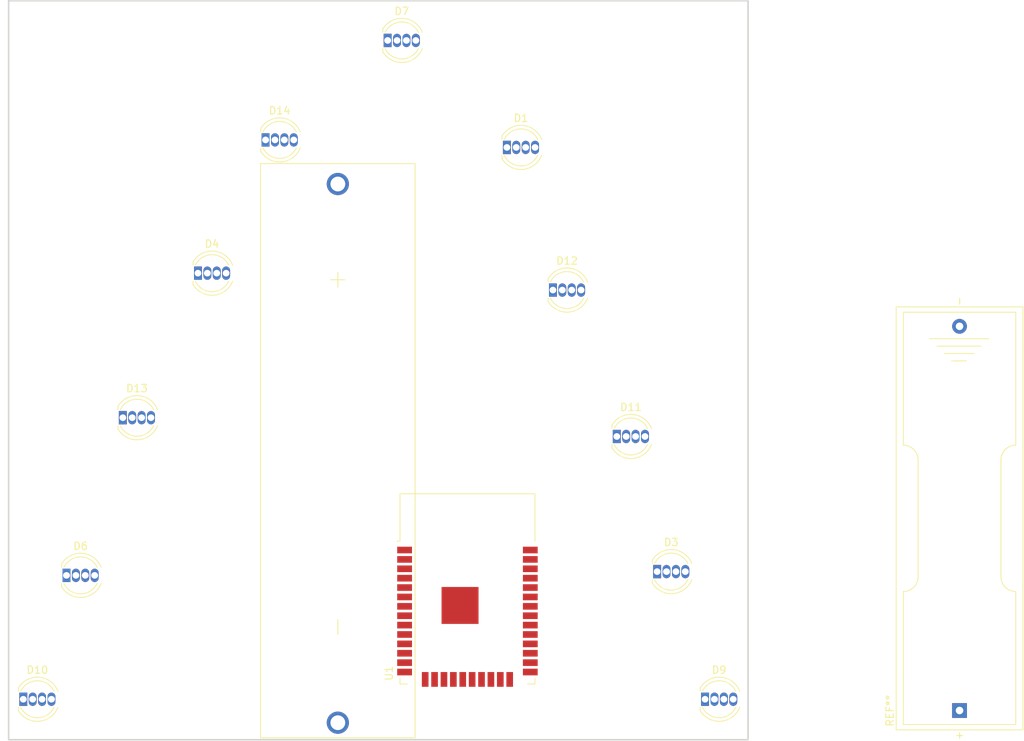
<source format=kicad_pcb>
(kicad_pcb (version 20211014) (generator pcbnew)
  (layers (0 "F.Cu" signal) (31 "B.Cu" signal) (34 "B.Paste" user) (35 "F.Paste" user) (36 "B.SilkS" user "B.Silkscreen") (37 "F.SilkS" user "F.Silkscreen") (38 "B.Mask" user) (39 "F.Mask" user) (44 "Edge.Cuts" user))
  (net 0 "")
  (net 45 "Net-(U1-Pad1)")
  (net 81 "VBAT")
  (net 82 "GND")
  (footprint "LED_THT:LED_D5.0mm-4_RGB" (layer "F.Cu") (at 101.986 144.526)
    (fp_text reference "D10" (at 1.905 -3.96) (layer "F.SilkS"))
    (fp_text value "APA-106-F5")
    (fp_line (start -0.655 -1.545) (end -0.655 -1.08) (layer "F.SilkS") (width 0.12))
    (fp_line (start -0.655 1.08) (end -0.655 1.545) (layer "F.SilkS") (width 0.12))
    (fp_arc (start 4.159479 1.080429) (mid 1.904762 2.5) (end -0.349684 1.08) (layer "F.SilkS") (width 0.12))
    (fp_arc (start -0.349684 -1.08) (mid 1.904762 -2.5) (end 4.159479 -1.080429) (layer "F.SilkS") (width 0.12))
    (fp_arc (start -0.655 -1.54483) (mid 2.163456 -2.978809) (end 4.692815 -1.080827) (layer "F.SilkS") (width 0.12))
    (fp_arc (start 4.692815 1.080827) (mid 2.163456 2.978808) (end -0.655 1.54483) (layer "F.SilkS") (width 0.12))
    (pad "1" thru_hole rect locked (at 0 0) (size 1.07 1.8) (drill 0.9) (layers *.Cu *.Mask))
    (pad "2" thru_hole oval locked (at 1.27 0) (size 1.07 1.8) (drill 0.9) (layers *.Cu *.Mask))
    (pad "3" thru_hole oval locked (at 2.54 0) (size 1.07 1.8) (drill 0.9) (layers *.Cu *.Mask))
    (pad "4" thru_hole oval locked (at 3.81 0) (size 1.07 1.8) (drill 0.9) (layers *.Cu *.Mask))
  )
  (footprint "LED_THT:LED_D5.0mm-4_RGB" (layer "F.Cu") (at 173.614 89.154)
    (fp_text reference "D12" (at 1.905 -3.96) (layer "F.SilkS"))
    (fp_text value "APA-106-F5")
    (fp_line (start -0.655 -1.545) (end -0.655 -1.08) (layer "F.SilkS") (width 0.12))
    (fp_line (start -0.655 1.08) (end -0.655 1.545) (layer "F.SilkS") (width 0.12))
    (fp_arc (start -0.349684 -1.08) (mid 1.904762 -2.5) (end 4.159479 -1.080429) (layer "F.SilkS") (width 0.12))
    (fp_arc (start -0.655 -1.54483) (mid 2.163456 -2.978809) (end 4.692815 -1.080827) (layer "F.SilkS") (width 0.12))
    (fp_arc (start 4.159479 1.080429) (mid 1.904762 2.5) (end -0.349684 1.08) (layer "F.SilkS") (width 0.12))
    (fp_arc (start 4.692815 1.080827) (mid 2.163456 2.978808) (end -0.655 1.54483) (layer "F.SilkS") (width 0.12))
    (pad "1" thru_hole rect locked (at 0 0) (size 1.07 1.8) (drill 0.9) (layers *.Cu *.Mask))
    (pad "2" thru_hole oval locked (at 1.27 0) (size 1.07 1.8) (drill 0.9) (layers *.Cu *.Mask))
    (pad "3" thru_hole oval locked (at 2.54 0) (size 1.07 1.8) (drill 0.9) (layers *.Cu *.Mask))
    (pad "4" thru_hole oval locked (at 3.81 0) (size 1.07 1.8) (drill 0.9) (layers *.Cu *.Mask))
  )
  (footprint "proj-library:BATT-18650-BLOSSOM-1" (layer "F.Cu") (at 144.526 111.252 90)
    (fp_text reference "X1" hide)
    (fp_text value "3v7 lipo" hide)
    (fp_line (start 23.5 -1) (end 23.5 1) (layer "F.SilkS") (width 0.127))
    (fp_line (start 39.215 -10.45) (end 39.215 10.45) (layer "F.SilkS") (width 0.127))
    (fp_line (start 22.5 0) (end 24.5 0) (layer "F.SilkS") (width 0.127))
    (fp_line (start -38.485 10.45) (end -38.485 -10.45) (layer "F.SilkS") (width 0.127))
    (fp_line (start 39.215 10.45) (end -38.485 10.45) (layer "F.SilkS") (width 0.127))
    (fp_line (start -38.485 -10.45) (end 39.215 -10.45) (layer "F.SilkS") (width 0.127))
    (fp_line (start -24.5 0) (end -22.5 0) (layer "F.SilkS") (width 0.127))
    (pad "+" thru_hole circle (at 36.45 0 90) (size 3 3) (drill 2) (layers *.Cu *.Mask) (net 81 "VBAT"))
    (pad "-" thru_hole circle (at -36.45 0 90) (size 3 3) (drill 2) (layers *.Cu *.Mask) (net 82 "GND"))
  )
  (footprint "LED_THT:LED_D5.0mm-4_RGB" (layer "F.Cu") (at 107.828 127.762)
    (fp_text reference "D6" (at 1.905 -3.96) (layer "F.SilkS"))
    (fp_text value "APA-106-F5")
    (fp_line (start -0.655 1.08) (end -0.655 1.545) (layer "F.SilkS") (width 0.12))
    (fp_line (start -0.655 -1.545) (end -0.655 -1.08) (layer "F.SilkS") (width 0.12))
    (fp_arc (start -0.655 -1.54483) (mid 2.163456 -2.978809) (end 4.692815 -1.080827) (layer "F.SilkS") (width 0.12))
    (fp_arc (start 4.159479 1.080429) (mid 1.904762 2.5) (end -0.349684 1.08) (layer "F.SilkS") (width 0.12))
    (fp_arc (start 4.692815 1.080827) (mid 2.163456 2.978808) (end -0.655 1.54483) (layer "F.SilkS") (width 0.12))
    (fp_arc (start -0.349684 -1.08) (mid 1.904762 -2.5) (end 4.159479 -1.080429) (layer "F.SilkS") (width 0.12))
    (pad "1" thru_hole rect locked (at 0 0) (size 1.07 1.8) (drill 0.9) (layers *.Cu *.Mask))
    (pad "2" thru_hole oval locked (at 1.27 0) (size 1.07 1.8) (drill 0.9) (layers *.Cu *.Mask))
    (pad "3" thru_hole oval locked (at 2.54 0) (size 1.07 1.8) (drill 0.9) (layers *.Cu *.Mask))
    (pad "4" thru_hole oval locked (at 3.81 0) (size 1.07 1.8) (drill 0.9) (layers *.Cu *.Mask))
  )
  (footprint "LED_THT:LED_D5.0mm-4_RGB" (layer "F.Cu") (at 134.752 68.834)
    (fp_text reference "D14" (at 1.905 -3.96) (layer "F.SilkS"))
    (fp_text value "APA-106-F5")
    (fp_line (start -0.655 1.08) (end -0.655 1.545) (layer "F.SilkS") (width 0.12))
    (fp_line (start -0.655 -1.545) (end -0.655 -1.08) (layer "F.SilkS") (width 0.12))
    (fp_arc (start 4.692815 1.080827) (mid 2.163456 2.978808) (end -0.655 1.54483) (layer "F.SilkS") (width 0.12))
    (fp_arc (start -0.349684 -1.08) (mid 1.904762 -2.5) (end 4.159479 -1.080429) (layer "F.SilkS") (width 0.12))
    (fp_arc (start 4.159479 1.080429) (mid 1.904762 2.5) (end -0.349684 1.08) (layer "F.SilkS") (width 0.12))
    (fp_arc (start -0.655 -1.54483) (mid 2.163456 -2.978809) (end 4.692815 -1.080827) (layer "F.SilkS") (width 0.12))
    (pad "1" thru_hole rect locked (at 0 0) (size 1.07 1.8) (drill 0.9) (layers *.Cu *.Mask))
    (pad "2" thru_hole oval locked (at 1.27 0) (size 1.07 1.8) (drill 0.9) (layers *.Cu *.Mask))
    (pad "3" thru_hole oval locked (at 2.54 0) (size 1.07 1.8) (drill 0.9) (layers *.Cu *.Mask))
    (pad "4" thru_hole oval locked (at 3.81 0) (size 1.07 1.8) (drill 0.9) (layers *.Cu *.Mask))
  )
  (footprint "LED_THT:LED_D5.0mm-4_RGB" (layer "F.Cu") (at 125.608 86.868)
    (fp_text reference "D4" (at 1.905 -3.96) (layer "F.SilkS"))
    (fp_text value "APA-106-F5")
    (fp_line (start -0.655 1.08) (end -0.655 1.545) (layer "F.SilkS") (width 0.12))
    (fp_line (start -0.655 -1.545) (end -0.655 -1.08) (layer "F.SilkS") (width 0.12))
    (fp_arc (start -0.655 -1.54483) (mid 2.163456 -2.978809) (end 4.692815 -1.080827) (layer "F.SilkS") (width 0.12))
    (fp_arc (start 4.159479 1.080429) (mid 1.904762 2.5) (end -0.349684 1.08) (layer "F.SilkS") (width 0.12))
    (fp_arc (start -0.349684 -1.08) (mid 1.904762 -2.5) (end 4.159479 -1.080429) (layer "F.SilkS") (width 0.12))
    (fp_arc (start 4.692815 1.080827) (mid 2.163456 2.978808) (end -0.655 1.54483) (layer "F.SilkS") (width 0.12))
    (pad "1" thru_hole rect locked (at 0 0) (size 1.07 1.8) (drill 0.9) (layers *.Cu *.Mask))
    (pad "2" thru_hole oval locked (at 1.27 0) (size 1.07 1.8) (drill 0.9) (layers *.Cu *.Mask))
    (pad "3" thru_hole oval locked (at 2.54 0) (size 1.07 1.8) (drill 0.9) (layers *.Cu *.Mask))
    (pad "4" thru_hole oval locked (at 3.81 0) (size 1.07 1.8) (drill 0.9) (layers *.Cu *.Mask))
  )
  (footprint "RF_Module:ESP32-WROOM-32" (layer "F.Cu") (at 162.052 132.588)
    (fp_text reference "U1" (at -10.61 8.43 90) (layer "F.SilkS"))
    (fp_text value "ESP32-WROOM-32D")
    (fp_line (start 9.12 9.1) (end 9.12 9.88) (layer "F.SilkS") (width 0.12))
    (fp_line (start 9.12 -15.865) (end 9.12 -9.445) (layer "F.SilkS") (width 0.12))
    (fp_line (start 9.12 9.88) (end 8.12 9.88) (layer "F.SilkS") (width 0.12))
    (fp_line (start -9.12 -15.865) (end 9.12 -15.865) (layer "F.SilkS") (width 0.12))
    (fp_line (start -9.12 9.1) (end -9.12 9.88) (layer "F.SilkS") (width 0.12))
    (fp_line (start -9.12 -9.445) (end -9.5 -9.445) (layer "F.SilkS") (width 0.12))
    (fp_line (start -9.12 9.88) (end -8.12 9.88) (layer "F.SilkS") (width 0.12))
    (fp_line (start -9.12 -15.865) (end -9.12 -9.445) (layer "F.SilkS") (width 0.12))
    (pad "1" smd rect locked (at -8.5 -8.255) (size 2 0.9) (layers "F.Cu" "F.Paste" "F.Mask") (net 45 "Net-(U1-Pad1)"))
    (pad "2" smd rect locked (at -8.5 -6.985) (size 2 0.9) (layers "F.Cu" "F.Paste" "F.Mask"))
    (pad "3" smd rect locked (at -8.5 -5.715) (size 2 0.9) (layers "F.Cu" "F.Paste" "F.Mask"))
    (pad "4" smd rect locked (at -8.5 -4.445) (size 2 0.9) (layers "F.Cu" "F.Paste" "F.Mask"))
    (pad "5" smd rect locked (at -8.5 -3.175) (size 2 0.9) (layers "F.Cu" "F.Paste" "F.Mask"))
    (pad "6" smd rect locked (at -8.5 -1.905) (size 2 0.9) (layers "F.Cu" "F.Paste" "F.Mask"))
    (pad "7" smd rect locked (at -8.5 -0.635) (size 2 0.9) (layers "F.Cu" "F.Paste" "F.Mask"))
    (pad "8" smd rect locked (at -8.5 0.635) (size 2 0.9) (layers "F.Cu" "F.Paste" "F.Mask"))
    (pad "9" smd rect locked (at -8.5 1.905) (size 2 0.9) (layers "F.Cu" "F.Paste" "F.Mask"))
    (pad "10" smd rect locked (at -8.5 3.175) (size 2 0.9) (layers "F.Cu" "F.Paste" "F.Mask"))
    (pad "11" smd rect locked (at -8.5 4.445) (size 2 0.9) (layers "F.Cu" "F.Paste" "F.Mask"))
    (pad "12" smd rect locked (at -8.5 5.715) (size 2 0.9) (layers "F.Cu" "F.Paste" "F.Mask"))
    (pad "13" smd rect locked (at -8.5 6.985) (size 2 0.9) (layers "F.Cu" "F.Paste" "F.Mask"))
    (pad "14" smd rect locked (at -8.5 8.255) (size 2 0.9) (layers "F.Cu" "F.Paste" "F.Mask"))
    (pad "15" smd rect locked (at -5.715 9.255 90) (size 2 0.9) (layers "F.Cu" "F.Paste" "F.Mask") (net 45 "Net-(U1-Pad1)"))
    (pad "16" smd rect locked (at -4.445 9.255 90) (size 2 0.9) (layers "F.Cu" "F.Paste" "F.Mask"))
    (pad "17" smd rect locked (at -3.175 9.255 90) (size 2 0.9) (layers "F.Cu" "F.Paste" "F.Mask"))
    (pad "18" smd rect locked (at -1.905 9.255 90) (size 2 0.9) (layers "F.Cu" "F.Paste" "F.Mask"))
    (pad "19" smd rect locked (at -0.635 9.255 90) (size 2 0.9) (layers "F.Cu" "F.Paste" "F.Mask"))
    (pad "20" smd rect locked (at 0.635 9.255 90) (size 2 0.9) (layers "F.Cu" "F.Paste" "F.Mask"))
    (pad "21" smd rect locked (at 1.905 9.255 90) (size 2 0.9) (layers "F.Cu" "F.Paste" "F.Mask"))
    (pad "22" smd rect locked (at 3.175 9.255 90) (size 2 0.9) (layers "F.Cu" "F.Paste" "F.Mask"))
    (pad "23" smd rect locked (at 4.445 9.255 90) (size 2 0.9) (layers "F.Cu" "F.Paste" "F.Mask"))
    (pad "24" smd rect locked (at 5.715 9.255 90) (size 2 0.9) (layers "F.Cu" "F.Paste" "F.Mask"))
    (pad "25" smd rect locked (at 8.5 8.255) (size 2 0.9) (layers "F.Cu" "F.Paste" "F.Mask"))
    (pad "26" smd rect locked (at 8.5 6.985) (size 2 0.9) (layers "F.Cu" "F.Paste" "F.Mask"))
    (pad "27" smd rect locked (at 8.5 5.715) (size 2 0.9) (layers "F.Cu" "F.Paste" "F.Mask"))
    (pad "28" smd rect locked (at 8.5 4.445) (size 2 0.9) (layers "F.Cu" "F.Paste" "F.Mask"))
    (pad "29" smd rect locked (at 8.5 3.175) (size 2 0.9) (layers "F.Cu" "F.Paste" "F.Mask"))
    (pad "30" smd rect locked (at 8.5 1.905) (size 2 0.9) (layers "F.Cu" "F.Paste" "F.Mask"))
    (pad "31" smd rect locked (at 8.5 0.635) (size 2 0.9) (layers "F.Cu" "F.Paste" "F.Mask"))
    (pad "32" smd rect locked (at 8.5 -0.635) (size 2 0.9) (layers "F.Cu" "F.Paste" "F.Mask"))
    (pad "33" smd rect locked (at 8.5 -1.905) (size 2 0.9) (layers "F.Cu" "F.Paste" "F.Mask"))
    (pad "34" smd rect locked (at 8.5 -3.175) (size 2 0.9) (layers "F.Cu" "F.Paste" "F.Mask"))
    (pad "35" smd rect locked (at 8.5 -4.445) (size 2 0.9) (layers "F.Cu" "F.Paste" "F.Mask"))
    (pad "36" smd rect locked (at 8.5 -5.715) (size 2 0.9) (layers "F.Cu" "F.Paste" "F.Mask"))
    (pad "37" smd rect locked (at 8.5 -6.985) (size 2 0.9) (layers "F.Cu" "F.Paste" "F.Mask"))
    (pad "38" smd rect locked (at 8.5 -8.255) (size 2 0.9) (layers "F.Cu" "F.Paste" "F.Mask") (net 45 "Net-(U1-Pad1)"))
    (pad "39" smd rect locked (at -1 -0.755) (size 5 5) (layers "F.Cu" "F.Paste" "F.Mask") (net 45 "Net-(U1-Pad1)"))
  )
  (footprint "Battery:BatteryHolder_Keystone_2460_1xAA" (layer "F.Cu") (at 228.6 146.05 90)
    (fp_text reference "REF**" (at -0.02 -9.42 90) (layer "F.SilkS"))
    (fp_text value "BatteryHolder_Keystone_2460_1xAA")
    (fp_text user "+" (at -3.4 -0.06 90) (layer "F.SilkS"))
    (fp_text user "-" (at 55.37 -0.06 90) (layer "F.SilkS"))
    (fp_line (start -1.9 7.6) (end 16.1 7.6) (layer "F.SilkS") (width 0.12))
    (fp_line (start 18.1 -5.6) (end 33.9 -5.6) (layer "F.SilkS") (width 0.12))
    (fp_line (start 54.62 8.565) (end -2.62 8.565) (layer "F.SilkS") (width 0.12))
    (fp_line (start 35.9 7.6) (end 53.9 7.6) (layer "F.SilkS") (width 0.12))
    (fp_line (start 35.9 -7.6) (end 53.9 -7.6) (layer "F.SilkS") (width 0.12))
    (fp_line (start -1.9 -7.6) (end -1.9 7.6) (layer "F.SilkS") (width 0.12))
    (fp_line (start 49.31 2.94) (end 49.31 -3.06) (layer "F.SilkS") (width 0.12))
    (fp_line (start 54.62 -8.565) (end 54.62 8.565) (layer "F.SilkS") (width 0.12))
    (fp_line (start -1.9 -7.6) (end 16.1 -7.6) (layer "F.SilkS") (width 0.12))
    (fp_line (start 48.31 -2.06) (end 48.31 1.94) (layer "F.SilkS") (width 0.12))
    (fp_line (start -2.62 8.565) (end -2.62 -8.565) (layer "F.SilkS") (width 0.12))
    (fp_line (start 33.9 5.6) (end 18.1 5.6) (layer "F.SilkS") (width 0.12))
    (fp_line (start 47.31 -1.06) (end 47.31 0.94) (layer "F.SilkS") (width 0.12))
    (fp_line (start 53.9 -7.6) (end 53.9 7.6) (layer "F.SilkS") (width 0.12))
    (fp_line (start 50.31 -4.06) (end 50.31 3.94) (layer "F.SilkS") (width 0.12))
    (fp_line (start -2.62 -8.565) (end 54.62 -8.565) (layer "F.SilkS") (width 0.12))
    (fp_arc (start 33.9 5.6) (mid 35.314214 6.185786) (end 35.9 7.6) (layer "F.SilkS") (width 0.12))
    (fp_arc (start 16.1 7.6) (mid 16.685786 6.185786) (end 18.1 5.6) (layer "F.SilkS") (width 0.12))
    (fp_arc (start 35.9 -7.6) (mid 35.314214 -6.185786) (end 33.9 -5.6) (layer "F.SilkS") (width 0.12))
    (fp_arc (start 18.1 -5.6) (mid 16.685786 -6.185786) (end 16.1 -7.6) (layer "F.SilkS") (width 0.12))
    (pad "" np_thru_hole circle locked (at 2.75 -5.995 180) (size 2.64 2.64) (drill 2.64) (layers *.Cu *.Mask))
    (pad "" np_thru_hole circle locked (at 49.23 5.995 90) (size 2.64 2.64) (drill 2.64) (layers *.Cu *.Mask))
    (pad "1" thru_hole rect locked (at 0 0 270) (size 2 2) (drill 1.02) (layers *.Cu *.Mask))
    (pad "2" thru_hole circle locked (at 51.99 0 270) (size 2 2) (drill 1.02) (layers *.Cu *.Mask))
  )
  (footprint "LED_THT:LED_D5.0mm-4_RGB" (layer "F.Cu") (at 187.706 127.254)
    (fp_text reference "D3" (at 1.905 -3.96) (layer "F.SilkS"))
    (fp_text value "APA-106-F5")
    (fp_line (start -0.655 1.08) (end -0.655 1.545) (layer "F.SilkS") (width 0.12))
    (fp_line (start -0.655 -1.545) (end -0.655 -1.08) (layer "F.SilkS") (width 0.12))
    (fp_arc (start 4.159479 1.080429) (mid 1.904762 2.5) (end -0.349684 1.08) (layer "F.SilkS") (width 0.12))
    (fp_arc (start -0.349684 -1.08) (mid 1.904762 -2.5) (end 4.159479 -1.080429) (layer "F.SilkS") (width 0.12))
    (fp_arc (start 4.692815 1.080827) (mid 2.163456 2.978808) (end -0.655 1.54483) (layer "F.SilkS") (width 0.12))
    (fp_arc (start -0.655 -1.54483) (mid 2.163456 -2.978809) (end 4.692815 -1.080827) (layer "F.SilkS") (width 0.12))
    (pad "1" thru_hole rect locked (at 0 0) (size 1.07 1.8) (drill 0.9) (layers *.Cu *.Mask))
    (pad "2" thru_hole oval locked (at 1.27 0) (size 1.07 1.8) (drill 0.9) (layers *.Cu *.Mask))
    (pad "3" thru_hole oval locked (at 2.54 0) (size 1.07 1.8) (drill 0.9) (layers *.Cu *.Mask))
    (pad "4" thru_hole oval locked (at 3.81 0) (size 1.07 1.8) (drill 0.9) (layers *.Cu *.Mask))
  )
  (footprint "LED_THT:LED_D5.0mm-4_RGB" (layer "F.Cu") (at 194.188 144.526)
    (fp_text reference "D9" (at 1.905 -3.96) (layer "F.SilkS"))
    (fp_text value "APA-106-F5")
    (fp_line (start -0.655 1.08) (end -0.655 1.545) (layer "F.SilkS") (width 0.12))
    (fp_line (start -0.655 -1.545) (end -0.655 -1.08) (layer "F.SilkS") (width 0.12))
    (fp_arc (start -0.349684 -1.08) (mid 1.904762 -2.5) (end 4.159479 -1.080429) (layer "F.SilkS") (width 0.12))
    (fp_arc (start 4.159479 1.080429) (mid 1.904762 2.5) (end -0.349684 1.08) (layer "F.SilkS") (width 0.12))
    (fp_arc (start 4.692815 1.080827) (mid 2.163456 2.978808) (end -0.655 1.54483) (layer "F.SilkS") (width 0.12))
    (fp_arc (start -0.655 -1.54483) (mid 2.163456 -2.978809) (end 4.692815 -1.080827) (layer "F.SilkS") (width 0.12))
    (pad "1" thru_hole rect locked (at 0 0) (size 1.07 1.8) (drill 0.9) (layers *.Cu *.Mask))
    (pad "2" thru_hole oval locked (at 1.27 0) (size 1.07 1.8) (drill 0.9) (layers *.Cu *.Mask))
    (pad "3" thru_hole oval locked (at 2.54 0) (size 1.07 1.8) (drill 0.9) (layers *.Cu *.Mask))
    (pad "4" thru_hole oval locked (at 3.81 0) (size 1.07 1.8) (drill 0.9) (layers *.Cu *.Mask))
  )
  (footprint "LED_THT:LED_D5.0mm-4_RGB" (layer "F.Cu") (at 115.448 106.426)
    (fp_text reference "D13" (at 1.905 -3.96) (layer "F.SilkS"))
    (fp_text value "APA-106-F5")
    (fp_line (start -0.655 -1.545) (end -0.655 -1.08) (layer "F.SilkS") (width 0.12))
    (fp_line (start -0.655 1.08) (end -0.655 1.545) (layer "F.SilkS") (width 0.12))
    (fp_arc (start 4.692815 1.080827) (mid 2.163456 2.978808) (end -0.655 1.54483) (layer "F.SilkS") (width 0.12))
    (fp_arc (start -0.349684 -1.08) (mid 1.904762 -2.5) (end 4.159479 -1.080429) (layer "F.SilkS") (width 0.12))
    (fp_arc (start 4.159479 1.080429) (mid 1.904762 2.5) (end -0.349684 1.08) (layer "F.SilkS") (width 0.12))
    (fp_arc (start -0.655 -1.54483) (mid 2.163456 -2.978809) (end 4.692815 -1.080827) (layer "F.SilkS") (width 0.12))
    (pad "1" thru_hole rect locked (at 0 0) (size 1.07 1.8) (drill 0.9) (layers *.Cu *.Mask))
    (pad "2" thru_hole oval locked (at 1.27 0) (size 1.07 1.8) (drill 0.9) (layers *.Cu *.Mask))
    (pad "3" thru_hole oval locked (at 2.54 0) (size 1.07 1.8) (drill 0.9) (layers *.Cu *.Mask))
    (pad "4" thru_hole oval locked (at 3.81 0) (size 1.07 1.8) (drill 0.9) (layers *.Cu *.Mask))
  )
  (footprint "LED_THT:LED_D5.0mm-4_RGB" (layer "F.Cu") (at 167.386 69.85)
    (fp_text reference "D1" (at 1.905 -3.96) (layer "F.SilkS"))
    (fp_text value "APA-106-F5")
    (fp_line (start -0.655 1.08) (end -0.655 1.545) (layer "F.SilkS") (width 0.12))
    (fp_line (start -0.655 -1.545) (end -0.655 -1.08) (layer "F.SilkS") (width 0.12))
    (fp_arc (start -0.655 -1.54483) (mid 2.163456 -2.978809) (end 4.692815 -1.080827) (layer "F.SilkS") (width 0.12))
    (fp_arc (start 4.692815 1.080827) (mid 2.163456 2.978808) (end -0.655 1.54483) (layer "F.SilkS") (width 0.12))
    (fp_arc (start 4.159479 1.080429) (mid 1.904762 2.5) (end -0.349684 1.08) (layer "F.SilkS") (width 0.12))
    (fp_arc (start -0.349684 -1.08) (mid 1.904762 -2.5) (end 4.159479 -1.080429) (layer "F.SilkS") (width 0.12))
    (pad "1" thru_hole rect locked (at 0 0) (size 1.07 1.8) (drill 0.9) (layers *.Cu *.Mask))
    (pad "2" thru_hole oval locked (at 1.27 0) (size 1.07 1.8) (drill 0.9) (layers *.Cu *.Mask))
    (pad "3" thru_hole oval locked (at 2.54 0) (size 1.07 1.8) (drill 0.9) (layers *.Cu *.Mask))
    (pad "4" thru_hole oval locked (at 3.81 0) (size 1.07 1.8) (drill 0.9) (layers *.Cu *.Mask))
  )
  (footprint "LED_THT:LED_D5.0mm-4_RGB" (layer "F.Cu") (at 182.25 108.966)
    (fp_text reference "D11" (at 1.905 -3.96) (layer "F.SilkS"))
    (fp_text value "APA-106-F5")
    (fp_line (start -0.655 -1.545) (end -0.655 -1.08) (layer "F.SilkS") (width 0.12))
    (fp_line (start -0.655 1.08) (end -0.655 1.545) (layer "F.SilkS") (width 0.12))
    (fp_arc (start 4.692815 1.080827) (mid 2.163456 2.978808) (end -0.655 1.54483) (layer "F.SilkS") (width 0.12))
    (fp_arc (start -0.349684 -1.08) (mid 1.904762 -2.5) (end 4.159479 -1.080429) (layer "F.SilkS") (width 0.12))
    (fp_arc (start 4.159479 1.080429) (mid 1.904762 2.5) (end -0.349684 1.08) (layer "F.SilkS") (width 0.12))
    (fp_arc (start -0.655 -1.54483) (mid 2.163456 -2.978809) (end 4.692815 -1.080827) (layer "F.SilkS") (width 0.12))
    (pad "1" thru_hole rect locked (at 0 0) (size 1.07 1.8) (drill 0.9) (layers *.Cu *.Mask))
    (pad "2" thru_hole oval locked (at 1.27 0) (size 1.07 1.8) (drill 0.9) (layers *.Cu *.Mask))
    (pad "3" thru_hole oval locked (at 2.54 0) (size 1.07 1.8) (drill 0.9) (layers *.Cu *.Mask))
    (pad "4" thru_hole oval locked (at 3.81 0) (size 1.07 1.8) (drill 0.9) (layers *.Cu *.Mask))
  )
  (footprint "LED_THT:LED_D5.0mm-4_RGB" (layer "F.Cu") (at 151.262 55.372)
    (fp_text reference "D7" (at 1.905 -3.96) (layer "F.SilkS"))
    (fp_text value "APA-106-F5")
    (fp_line (start -0.655 -1.545) (end -0.655 -1.08) (layer "F.SilkS") (width 0.12))
    (fp_line (start -0.655 1.08) (end -0.655 1.545) (layer "F.SilkS") (width 0.12))
    (fp_arc (start -0.655 -1.54483) (mid 2.163456 -2.978809) (end 4.692815 -1.080827) (layer "F.SilkS") (width 0.12))
    (fp_arc (start 4.692815 1.080827) (mid 2.163456 2.978808) (end -0.655 1.54483) (layer "F.SilkS") (width 0.12))
    (fp_arc (start 4.159479 1.080429) (mid 1.904762 2.5) (end -0.349684 1.08) (layer "F.SilkS") (width 0.12))
    (fp_arc (start -0.349684 -1.08) (mid 1.904762 -2.5) (end 4.159479 -1.080429) (layer "F.SilkS") (width 0.12))
    (pad "1" thru_hole rect locked (at 0 0) (size 1.07 1.8) (drill 0.9) (layers *.Cu *.Mask))
    (pad "2" thru_hole oval locked (at 1.27 0) (size 1.07 1.8) (drill 0.9) (layers *.Cu *.Mask))
    (pad "3" thru_hole oval locked (at 2.54 0) (size 1.07 1.8) (drill 0.9) (layers *.Cu *.Mask))
    (pad "4" thru_hole oval locked (at 3.81 0) (size 1.07 1.8) (drill 0.9) (layers *.Cu *.Mask))
  )
  (gr_rect (start 100 50) (end 200 150) (layer "Edge.Cuts") (width 0.2) (fill none))
)
</source>
